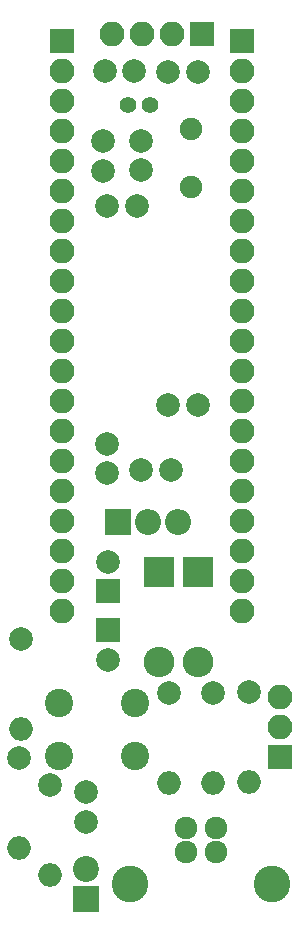
<source format=gbr>
G04 #@! TF.FileFunction,Soldermask,Bot*
%FSLAX46Y46*%
G04 Gerber Fmt 4.6, Leading zero omitted, Abs format (unit mm)*
G04 Created by KiCad (PCBNEW 4.0.7) date 12/06/18 21:28:27*
%MOMM*%
%LPD*%
G01*
G04 APERTURE LIST*
%ADD10C,0.100000*%
%ADD11R,2.100000X2.100000*%
%ADD12O,2.100000X2.100000*%
%ADD13C,2.400000*%
%ADD14C,1.900000*%
%ADD15R,2.200000X2.200000*%
%ADD16O,2.200000X2.200000*%
%ADD17C,2.000000*%
%ADD18C,1.400000*%
%ADD19R,2.000000X2.000000*%
%ADD20C,2.200000*%
%ADD21R,2.600000X2.600000*%
%ADD22O,2.600000X2.600000*%
%ADD23C,1.920000*%
%ADD24C,3.100000*%
%ADD25O,2.000000X2.000000*%
G04 APERTURE END LIST*
D10*
D11*
X61110000Y-34158000D03*
D12*
X61110000Y-36698000D03*
X61110000Y-39238000D03*
X61110000Y-41778000D03*
X61110000Y-44318000D03*
X61110000Y-46858000D03*
X61110000Y-49398000D03*
X61110000Y-51938000D03*
X61110000Y-54478000D03*
X61110000Y-57018000D03*
X61110000Y-59558000D03*
X61110000Y-62098000D03*
X61110000Y-64638000D03*
X61110000Y-67178000D03*
X61110000Y-69718000D03*
X61110000Y-72258000D03*
X61110000Y-74798000D03*
X61110000Y-77338000D03*
X61110000Y-79878000D03*
X61110000Y-82418000D03*
D13*
X60820300Y-94695400D03*
X60820300Y-90195400D03*
X67320300Y-94695400D03*
X67320300Y-90195400D03*
D14*
X72009000Y-41656000D03*
X72009000Y-46536000D03*
D15*
X65836800Y-74930000D03*
D16*
X68376800Y-74930000D03*
X70916800Y-74930000D03*
D11*
X76350000Y-34158000D03*
D12*
X76350000Y-36698000D03*
X76350000Y-39238000D03*
X76350000Y-41778000D03*
X76350000Y-44318000D03*
X76350000Y-46858000D03*
X76350000Y-49398000D03*
X76350000Y-51938000D03*
X76350000Y-54478000D03*
X76350000Y-57018000D03*
X76350000Y-59558000D03*
X76350000Y-62098000D03*
X76350000Y-64638000D03*
X76350000Y-67178000D03*
X76350000Y-69718000D03*
X76350000Y-72258000D03*
X76350000Y-74798000D03*
X76350000Y-77338000D03*
X76350000Y-79878000D03*
X76350000Y-82418000D03*
D17*
X67767200Y-45110400D03*
X67767200Y-42610400D03*
X64617600Y-45161200D03*
X64617600Y-42661200D03*
X70104000Y-36830000D03*
X72604000Y-36830000D03*
X67233800Y-36753800D03*
X64733800Y-36753800D03*
D11*
X72974200Y-33591500D03*
D12*
X70434200Y-33591500D03*
X67894200Y-33591500D03*
X65354200Y-33591500D03*
D18*
X66675000Y-39624000D03*
X68575000Y-39624000D03*
D17*
X67437000Y-48196500D03*
X64937000Y-48196500D03*
D19*
X65024000Y-84074000D03*
D17*
X65024000Y-86574000D03*
X70307200Y-70510400D03*
X67807200Y-70510400D03*
D19*
X65024000Y-80772000D03*
D17*
X65024000Y-78272000D03*
X63119000Y-97790000D03*
X63119000Y-100290000D03*
D15*
X63119000Y-106807000D03*
D20*
X63119000Y-104267000D03*
D21*
X69342000Y-79121000D03*
D22*
X69342000Y-86741000D03*
D21*
X72644000Y-79121000D03*
D22*
X72644000Y-86741000D03*
D23*
X71628000Y-100838000D03*
X74168000Y-100838000D03*
X74168000Y-102838000D03*
X71628000Y-102838000D03*
D24*
X66898000Y-105538000D03*
X78898000Y-105538000D03*
D17*
X70154800Y-89408000D03*
D25*
X70154800Y-97028000D03*
D17*
X76911200Y-89306400D03*
D25*
X76911200Y-96926400D03*
D17*
X73926700Y-89382600D03*
D25*
X73926700Y-97002600D03*
D17*
X57658000Y-84836000D03*
D25*
X57658000Y-92456000D03*
D17*
X60134500Y-97218500D03*
D25*
X60134500Y-104838500D03*
D17*
X64960500Y-70802500D03*
X64960500Y-68302500D03*
X70104000Y-64998600D03*
X72604000Y-64998600D03*
D11*
X79603600Y-94843600D03*
D12*
X79603600Y-92303600D03*
X79603600Y-89763600D03*
D17*
X57467500Y-94869000D03*
D25*
X57467500Y-102489000D03*
M02*

</source>
